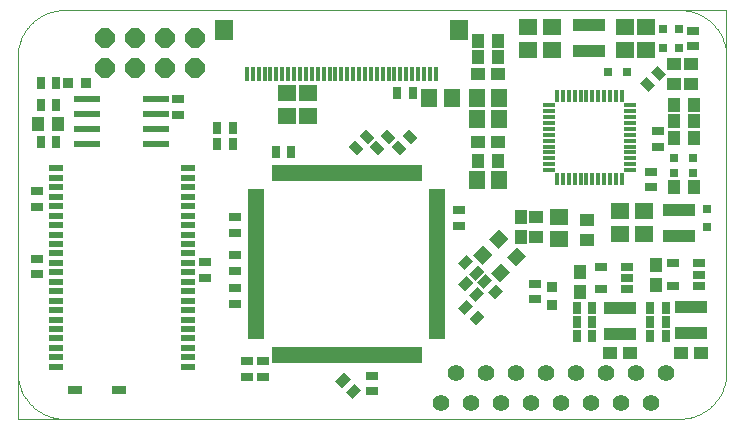
<source format=gts>
G75*
%MOIN*%
%OFA0B0*%
%FSLAX25Y25*%
%IPPOS*%
%LPD*%
%AMOC8*
5,1,8,0,0,1.08239X$1,22.5*
%
%ADD10C,0.00000*%
%ADD11R,0.05512X0.50394*%
%ADD12R,0.50394X0.05512*%
%ADD13R,0.05124X0.02369*%
%ADD14R,0.03156X0.03943*%
%ADD15R,0.03943X0.03156*%
%ADD16R,0.05124X0.03156*%
%ADD17R,0.01654X0.03937*%
%ADD18R,0.03937X0.01654*%
%ADD19R,0.11030X0.04337*%
%ADD20R,0.06306X0.05518*%
%ADD21R,0.02762X0.02762*%
%ADD22R,0.05518X0.06306*%
%ADD23R,0.04731X0.04337*%
%ADD24R,0.04337X0.04731*%
%ADD25R,0.09061X0.02369*%
%ADD26OC8,0.06400*%
%ADD27R,0.03550X0.03550*%
%ADD28R,0.04337X0.03156*%
%ADD29C,0.05550*%
%ADD30R,0.06306X0.07093*%
%ADD31R,0.01384X0.04731*%
D10*
X0006118Y0012146D02*
X0006118Y0026320D01*
X0006118Y0027894D02*
X0006118Y0133406D01*
X0006137Y0133787D01*
X0006166Y0134168D01*
X0006204Y0134547D01*
X0006251Y0134926D01*
X0006308Y0135303D01*
X0006374Y0135679D01*
X0006449Y0136053D01*
X0006533Y0136426D01*
X0006627Y0136796D01*
X0006729Y0137163D01*
X0006841Y0137528D01*
X0006961Y0137890D01*
X0007090Y0138249D01*
X0007228Y0138605D01*
X0007374Y0138957D01*
X0007530Y0139306D01*
X0007693Y0139651D01*
X0007865Y0139991D01*
X0008046Y0140328D01*
X0008234Y0140659D01*
X0008431Y0140986D01*
X0008635Y0141309D01*
X0008848Y0141626D01*
X0009068Y0141937D01*
X0009296Y0142243D01*
X0009531Y0142544D01*
X0009773Y0142839D01*
X0010023Y0143127D01*
X0010280Y0143410D01*
X0010543Y0143686D01*
X0010813Y0143955D01*
X0011090Y0144218D01*
X0011373Y0144474D01*
X0011662Y0144723D01*
X0011957Y0144965D01*
X0012258Y0145199D01*
X0012565Y0145426D01*
X0012877Y0145646D01*
X0013195Y0145858D01*
X0013517Y0146061D01*
X0013845Y0146257D01*
X0014177Y0146445D01*
X0014514Y0146625D01*
X0014854Y0146796D01*
X0015200Y0146959D01*
X0015549Y0147113D01*
X0015901Y0147259D01*
X0016257Y0147396D01*
X0016617Y0147525D01*
X0016979Y0147644D01*
X0017344Y0147755D01*
X0017712Y0147856D01*
X0018082Y0147949D01*
X0018455Y0148032D01*
X0018829Y0148106D01*
X0019205Y0148171D01*
X0019582Y0148227D01*
X0019961Y0148274D01*
X0020341Y0148311D01*
X0020722Y0148339D01*
X0021103Y0148358D01*
X0021484Y0148367D01*
X0021866Y0148367D01*
X0227378Y0148367D01*
X0228165Y0148367D02*
X0242339Y0148367D01*
X0242339Y0134194D01*
X0242339Y0132619D02*
X0242339Y0027107D01*
X0242338Y0027107D02*
X0242319Y0026726D01*
X0242290Y0026345D01*
X0242252Y0025966D01*
X0242205Y0025587D01*
X0242148Y0025210D01*
X0242082Y0024834D01*
X0242007Y0024460D01*
X0241923Y0024087D01*
X0241829Y0023717D01*
X0241727Y0023350D01*
X0241615Y0022985D01*
X0241495Y0022623D01*
X0241366Y0022264D01*
X0241228Y0021908D01*
X0241082Y0021556D01*
X0240926Y0021207D01*
X0240763Y0020862D01*
X0240591Y0020522D01*
X0240410Y0020185D01*
X0240222Y0019854D01*
X0240025Y0019527D01*
X0239821Y0019204D01*
X0239608Y0018887D01*
X0239388Y0018576D01*
X0239160Y0018270D01*
X0238925Y0017969D01*
X0238683Y0017674D01*
X0238433Y0017386D01*
X0238176Y0017103D01*
X0237913Y0016827D01*
X0237643Y0016558D01*
X0237366Y0016295D01*
X0237083Y0016039D01*
X0236794Y0015790D01*
X0236499Y0015548D01*
X0236198Y0015314D01*
X0235891Y0015087D01*
X0235579Y0014867D01*
X0235261Y0014655D01*
X0234939Y0014452D01*
X0234611Y0014256D01*
X0234279Y0014068D01*
X0233942Y0013888D01*
X0233602Y0013717D01*
X0233256Y0013554D01*
X0232907Y0013400D01*
X0232555Y0013254D01*
X0232199Y0013117D01*
X0231839Y0012988D01*
X0231477Y0012869D01*
X0231112Y0012758D01*
X0230744Y0012657D01*
X0230374Y0012564D01*
X0230001Y0012481D01*
X0229627Y0012407D01*
X0229251Y0012342D01*
X0228874Y0012286D01*
X0228495Y0012239D01*
X0228115Y0012202D01*
X0227734Y0012174D01*
X0227353Y0012155D01*
X0226972Y0012146D01*
X0226590Y0012146D01*
X0226591Y0012146D02*
X0021079Y0012146D01*
X0006118Y0012146D01*
X0021079Y0012147D02*
X0020698Y0012166D01*
X0020317Y0012195D01*
X0019938Y0012233D01*
X0019559Y0012280D01*
X0019182Y0012337D01*
X0018806Y0012403D01*
X0018432Y0012478D01*
X0018059Y0012562D01*
X0017689Y0012656D01*
X0017322Y0012758D01*
X0016957Y0012870D01*
X0016595Y0012990D01*
X0016236Y0013119D01*
X0015880Y0013257D01*
X0015528Y0013403D01*
X0015179Y0013559D01*
X0014834Y0013722D01*
X0014494Y0013894D01*
X0014157Y0014075D01*
X0013826Y0014263D01*
X0013499Y0014460D01*
X0013176Y0014664D01*
X0012859Y0014877D01*
X0012548Y0015097D01*
X0012242Y0015325D01*
X0011941Y0015560D01*
X0011646Y0015802D01*
X0011358Y0016052D01*
X0011075Y0016309D01*
X0010799Y0016572D01*
X0010530Y0016842D01*
X0010267Y0017119D01*
X0010011Y0017402D01*
X0009762Y0017691D01*
X0009520Y0017986D01*
X0009286Y0018287D01*
X0009059Y0018594D01*
X0008839Y0018906D01*
X0008627Y0019224D01*
X0008424Y0019546D01*
X0008228Y0019874D01*
X0008040Y0020206D01*
X0007860Y0020543D01*
X0007689Y0020883D01*
X0007526Y0021229D01*
X0007372Y0021578D01*
X0007226Y0021930D01*
X0007089Y0022286D01*
X0006960Y0022646D01*
X0006841Y0023008D01*
X0006730Y0023373D01*
X0006629Y0023741D01*
X0006536Y0024111D01*
X0006453Y0024484D01*
X0006379Y0024858D01*
X0006314Y0025234D01*
X0006258Y0025611D01*
X0006211Y0025990D01*
X0006174Y0026370D01*
X0006146Y0026751D01*
X0006127Y0027132D01*
X0006118Y0027513D01*
X0006118Y0027895D01*
X0227378Y0148367D02*
X0227759Y0148348D01*
X0228140Y0148319D01*
X0228519Y0148281D01*
X0228898Y0148234D01*
X0229275Y0148177D01*
X0229651Y0148111D01*
X0230025Y0148036D01*
X0230398Y0147952D01*
X0230768Y0147858D01*
X0231135Y0147756D01*
X0231500Y0147644D01*
X0231862Y0147524D01*
X0232221Y0147395D01*
X0232577Y0147257D01*
X0232929Y0147111D01*
X0233278Y0146955D01*
X0233623Y0146792D01*
X0233963Y0146620D01*
X0234300Y0146439D01*
X0234631Y0146251D01*
X0234958Y0146054D01*
X0235281Y0145850D01*
X0235598Y0145637D01*
X0235909Y0145417D01*
X0236215Y0145189D01*
X0236516Y0144954D01*
X0236811Y0144712D01*
X0237099Y0144462D01*
X0237382Y0144205D01*
X0237658Y0143942D01*
X0237927Y0143672D01*
X0238190Y0143395D01*
X0238446Y0143112D01*
X0238695Y0142823D01*
X0238937Y0142528D01*
X0239171Y0142227D01*
X0239398Y0141920D01*
X0239618Y0141608D01*
X0239830Y0141290D01*
X0240033Y0140968D01*
X0240229Y0140640D01*
X0240417Y0140308D01*
X0240597Y0139971D01*
X0240768Y0139631D01*
X0240931Y0139285D01*
X0241085Y0138936D01*
X0241231Y0138584D01*
X0241368Y0138228D01*
X0241497Y0137868D01*
X0241616Y0137506D01*
X0241727Y0137141D01*
X0241828Y0136773D01*
X0241921Y0136403D01*
X0242004Y0136030D01*
X0242078Y0135656D01*
X0242143Y0135280D01*
X0242199Y0134903D01*
X0242246Y0134524D01*
X0242283Y0134144D01*
X0242311Y0133763D01*
X0242330Y0133382D01*
X0242339Y0133001D01*
X0242339Y0132619D01*
D11*
X0146039Y0063800D03*
X0085409Y0063800D03*
D12*
X0115724Y0033485D03*
X0115724Y0094115D03*
D13*
X0062811Y0095611D03*
X0062811Y0092461D03*
X0062811Y0089312D03*
X0062811Y0086162D03*
X0062811Y0083012D03*
X0062811Y0079863D03*
X0062811Y0076713D03*
X0062811Y0073564D03*
X0062811Y0070414D03*
X0062811Y0067264D03*
X0062811Y0064115D03*
X0062811Y0060965D03*
X0062811Y0057816D03*
X0062811Y0054666D03*
X0062811Y0051516D03*
X0062811Y0048367D03*
X0062811Y0045217D03*
X0062811Y0042068D03*
X0062811Y0038918D03*
X0062811Y0035768D03*
X0062811Y0032619D03*
X0062811Y0029469D03*
X0018717Y0029469D03*
X0018717Y0032619D03*
X0018717Y0035768D03*
X0018717Y0038918D03*
X0018717Y0042068D03*
X0018717Y0045217D03*
X0018717Y0048367D03*
X0018717Y0051516D03*
X0018717Y0054666D03*
X0018717Y0057816D03*
X0018717Y0060965D03*
X0018717Y0064115D03*
X0018717Y0067264D03*
X0018717Y0070414D03*
X0018717Y0073564D03*
X0018717Y0076713D03*
X0018717Y0079863D03*
X0018717Y0083012D03*
X0018717Y0086162D03*
X0018717Y0089312D03*
X0018717Y0092461D03*
X0018717Y0095611D03*
D14*
X0018913Y0104272D03*
X0013795Y0104272D03*
X0013795Y0116871D03*
X0018913Y0116871D03*
X0018913Y0123957D03*
X0013795Y0123957D03*
X0072654Y0109194D03*
X0077772Y0109194D03*
X0077772Y0103682D03*
X0072654Y0103682D03*
X0092142Y0101123D03*
X0097260Y0101123D03*
G36*
X0121385Y0102186D02*
X0119153Y0099954D01*
X0116367Y0102740D01*
X0118599Y0104972D01*
X0121385Y0102186D01*
G37*
G36*
X0125004Y0105805D02*
X0122772Y0103573D01*
X0119986Y0106359D01*
X0122218Y0108591D01*
X0125004Y0105805D01*
G37*
G36*
X0128471Y0102186D02*
X0126239Y0099954D01*
X0123453Y0102740D01*
X0125685Y0104972D01*
X0128471Y0102186D01*
G37*
G36*
X0132090Y0105805D02*
X0129858Y0103573D01*
X0127072Y0106359D01*
X0129304Y0108591D01*
X0132090Y0105805D01*
G37*
G36*
X0135755Y0102186D02*
X0133523Y0099954D01*
X0130737Y0102740D01*
X0132969Y0104972D01*
X0135755Y0102186D01*
G37*
G36*
X0139374Y0105805D02*
X0137142Y0103573D01*
X0134356Y0106359D01*
X0136588Y0108591D01*
X0139374Y0105805D01*
G37*
X0137811Y0120808D03*
X0132693Y0120808D03*
G36*
X0213611Y0124000D02*
X0215843Y0126232D01*
X0218629Y0123446D01*
X0216397Y0121214D01*
X0213611Y0124000D01*
G37*
G36*
X0217230Y0127619D02*
X0219462Y0129851D01*
X0222248Y0127065D01*
X0220016Y0124833D01*
X0217230Y0127619D01*
G37*
G36*
X0155213Y0061841D02*
X0152981Y0064073D01*
X0155767Y0066859D01*
X0157999Y0064627D01*
X0155213Y0061841D01*
G37*
G36*
X0158832Y0058221D02*
X0156600Y0060453D01*
X0159386Y0063239D01*
X0161618Y0061007D01*
X0158832Y0058221D01*
G37*
G36*
X0162066Y0060559D02*
X0164298Y0058327D01*
X0161512Y0055541D01*
X0159280Y0057773D01*
X0162066Y0060559D01*
G37*
G36*
X0155213Y0054754D02*
X0152981Y0056986D01*
X0155767Y0059772D01*
X0157999Y0057540D01*
X0155213Y0054754D01*
G37*
G36*
X0158832Y0051135D02*
X0156600Y0053367D01*
X0159386Y0056153D01*
X0161618Y0053921D01*
X0158832Y0051135D01*
G37*
G36*
X0155213Y0046880D02*
X0152981Y0049112D01*
X0155767Y0051898D01*
X0157999Y0049666D01*
X0155213Y0046880D01*
G37*
G36*
X0158832Y0043261D02*
X0156600Y0045493D01*
X0159386Y0048279D01*
X0161618Y0046047D01*
X0158832Y0043261D01*
G37*
G36*
X0165685Y0056940D02*
X0167917Y0054708D01*
X0165131Y0051922D01*
X0162899Y0054154D01*
X0165685Y0056940D01*
G37*
X0192535Y0049154D03*
X0197654Y0049154D03*
X0197654Y0044430D03*
X0192535Y0044430D03*
X0192535Y0039705D03*
X0197654Y0039705D03*
X0216945Y0039705D03*
X0222063Y0039705D03*
X0222063Y0044430D03*
X0216945Y0044430D03*
X0216945Y0049154D03*
X0222063Y0049154D03*
G36*
X0117887Y0018851D02*
X0115655Y0021083D01*
X0118441Y0023869D01*
X0120673Y0021637D01*
X0117887Y0018851D01*
G37*
G36*
X0114268Y0022470D02*
X0112036Y0024702D01*
X0114822Y0027488D01*
X0117054Y0025256D01*
X0114268Y0022470D01*
G37*
D15*
X0124228Y0021398D03*
X0124228Y0026516D03*
X0088008Y0026123D03*
X0088008Y0031241D03*
X0082496Y0031241D03*
X0082496Y0026123D03*
X0078559Y0050532D03*
X0078559Y0055650D03*
X0078559Y0061556D03*
X0078559Y0066674D03*
X0068520Y0064312D03*
X0068520Y0059194D03*
X0078559Y0074154D03*
X0078559Y0079272D03*
X0059661Y0113524D03*
X0059661Y0118642D03*
X0012417Y0087934D03*
X0012417Y0082816D03*
X0012417Y0065493D03*
X0012417Y0060375D03*
X0153362Y0076516D03*
X0153362Y0081634D03*
X0178559Y0057225D03*
X0178559Y0052107D03*
X0217142Y0089312D03*
X0217142Y0094430D03*
X0219701Y0102894D03*
X0219701Y0108012D03*
X0231315Y0136359D03*
X0231315Y0141477D03*
D16*
X0039780Y0021595D03*
X0025213Y0021595D03*
D17*
X0185843Y0092087D03*
X0187811Y0092087D03*
X0189780Y0092087D03*
X0191748Y0092087D03*
X0193717Y0092087D03*
X0195685Y0092087D03*
X0197654Y0092087D03*
X0199622Y0092087D03*
X0201591Y0092087D03*
X0203559Y0092087D03*
X0205528Y0092087D03*
X0207496Y0092087D03*
X0207496Y0119607D03*
X0205528Y0119607D03*
X0203559Y0119607D03*
X0201591Y0119607D03*
X0199622Y0119607D03*
X0197654Y0119607D03*
X0195685Y0119607D03*
X0193717Y0119607D03*
X0191748Y0119607D03*
X0189780Y0119607D03*
X0187811Y0119607D03*
X0185843Y0119607D03*
D18*
X0183106Y0116674D03*
X0183106Y0114705D03*
X0183106Y0112737D03*
X0183106Y0110768D03*
X0183106Y0108800D03*
X0183106Y0106831D03*
X0183106Y0104863D03*
X0183106Y0102894D03*
X0183106Y0100926D03*
X0183106Y0098957D03*
X0183106Y0096989D03*
X0183106Y0095020D03*
X0210232Y0095020D03*
X0210232Y0096989D03*
X0210232Y0098957D03*
X0210232Y0100926D03*
X0210232Y0102894D03*
X0210232Y0104863D03*
X0210232Y0106831D03*
X0210232Y0108800D03*
X0210232Y0110768D03*
X0210232Y0112737D03*
X0210232Y0114705D03*
X0210232Y0116674D03*
D19*
X0196669Y0134587D03*
X0196669Y0143249D03*
X0226591Y0081831D03*
X0226591Y0073170D03*
X0230528Y0049548D03*
X0230528Y0040886D03*
X0206906Y0040493D03*
X0206906Y0049154D03*
D20*
X0186433Y0071989D03*
X0186433Y0079469D03*
X0206906Y0081241D03*
X0214780Y0081241D03*
X0214780Y0073760D03*
X0206906Y0073760D03*
X0208480Y0135178D03*
X0215567Y0135178D03*
X0215567Y0142658D03*
X0208480Y0142658D03*
X0184071Y0142658D03*
X0176197Y0142658D03*
X0176197Y0135178D03*
X0184071Y0135178D03*
X0102969Y0120611D03*
X0095882Y0120611D03*
X0095882Y0113131D03*
X0102969Y0113131D03*
D21*
X0202969Y0127894D03*
X0209268Y0127894D03*
X0221276Y0135768D03*
X0226591Y0135768D03*
X0226591Y0142068D03*
X0221276Y0142068D03*
X0225016Y0099154D03*
X0231315Y0099154D03*
X0231315Y0094036D03*
X0225016Y0094036D03*
X0236039Y0082225D03*
X0236039Y0075926D03*
D22*
X0166551Y0091674D03*
X0159071Y0091674D03*
X0159071Y0112146D03*
X0166551Y0112146D03*
X0166551Y0119233D03*
X0159071Y0119233D03*
X0150803Y0119233D03*
X0143323Y0119233D03*
D23*
X0159465Y0127107D03*
X0166157Y0127107D03*
X0166157Y0104272D03*
X0159465Y0104272D03*
X0178953Y0079272D03*
X0178953Y0072579D03*
X0195882Y0071792D03*
X0195882Y0078485D03*
X0225016Y0123760D03*
X0230528Y0123760D03*
X0230528Y0130453D03*
X0225016Y0130453D03*
X0227181Y0034194D03*
X0233874Y0034194D03*
X0210252Y0034194D03*
X0203559Y0034194D03*
D24*
X0193520Y0054469D03*
X0193520Y0061162D03*
X0173835Y0072579D03*
G36*
X0166331Y0068840D02*
X0163265Y0071906D01*
X0166609Y0075250D01*
X0169675Y0072184D01*
X0166331Y0068840D01*
G37*
G36*
X0161319Y0069960D02*
X0164385Y0066894D01*
X0161041Y0063550D01*
X0157975Y0066616D01*
X0161319Y0069960D01*
G37*
G36*
X0172177Y0062994D02*
X0169111Y0066060D01*
X0172455Y0069404D01*
X0175521Y0066338D01*
X0172177Y0062994D01*
G37*
G36*
X0167165Y0064114D02*
X0170231Y0061048D01*
X0166887Y0057704D01*
X0163821Y0060770D01*
X0167165Y0064114D01*
G37*
X0173835Y0079272D03*
X0166157Y0097973D03*
X0159465Y0097973D03*
X0159465Y0132619D03*
X0166157Y0132619D03*
X0166157Y0138131D03*
X0159465Y0138131D03*
X0224819Y0116871D03*
X0231512Y0116871D03*
X0231512Y0111359D03*
X0231512Y0105847D03*
X0224819Y0105847D03*
X0224819Y0111359D03*
X0224819Y0089312D03*
X0231512Y0089312D03*
X0218717Y0063524D03*
X0218717Y0056831D03*
X0019701Y0110571D03*
X0013008Y0110571D03*
D25*
X0029346Y0108898D03*
X0029346Y0103898D03*
X0029346Y0113898D03*
X0029346Y0118859D03*
X0052181Y0118859D03*
X0052181Y0113859D03*
X0052181Y0108859D03*
X0052181Y0103859D03*
D26*
X0055213Y0129194D03*
X0045213Y0129194D03*
X0035213Y0129194D03*
X0035213Y0139194D03*
X0045213Y0139194D03*
X0055213Y0139194D03*
X0065213Y0139194D03*
X0065213Y0129194D03*
D27*
X0028756Y0123957D03*
X0022850Y0123957D03*
X0184071Y0056044D03*
X0184071Y0050138D03*
D28*
X0200409Y0055257D03*
X0200409Y0062737D03*
X0209071Y0062737D03*
X0209071Y0058997D03*
X0209071Y0055257D03*
X0224622Y0056438D03*
X0233283Y0056438D03*
X0233283Y0060178D03*
X0233283Y0063918D03*
X0224622Y0063918D03*
D29*
X0222063Y0027383D03*
X0212063Y0027383D03*
X0202063Y0027383D03*
X0192063Y0027383D03*
X0182063Y0027383D03*
X0172063Y0027383D03*
X0162063Y0027383D03*
X0152063Y0027383D03*
X0157063Y0017383D03*
X0167063Y0017383D03*
X0177063Y0017383D03*
X0187063Y0017383D03*
X0197063Y0017383D03*
X0207063Y0017383D03*
X0217063Y0017383D03*
X0147063Y0017383D03*
D30*
X0153362Y0141871D03*
X0074819Y0141871D03*
D31*
X0082496Y0126910D03*
X0084465Y0126910D03*
X0086433Y0126910D03*
X0088402Y0126910D03*
X0090370Y0126910D03*
X0092339Y0126910D03*
X0094307Y0126910D03*
X0096276Y0126910D03*
X0098244Y0126910D03*
X0100213Y0126910D03*
X0102181Y0126910D03*
X0104150Y0126910D03*
X0106118Y0126910D03*
X0108087Y0126910D03*
X0110055Y0126910D03*
X0112024Y0126910D03*
X0113992Y0126910D03*
X0115961Y0126910D03*
X0117929Y0126910D03*
X0119898Y0126910D03*
X0121866Y0126910D03*
X0123835Y0126910D03*
X0125803Y0126910D03*
X0127772Y0126910D03*
X0129740Y0126910D03*
X0131709Y0126910D03*
X0133677Y0126910D03*
X0135646Y0126910D03*
X0137614Y0126910D03*
X0139583Y0126910D03*
X0141551Y0126910D03*
X0143520Y0126910D03*
X0145488Y0126910D03*
M02*

</source>
